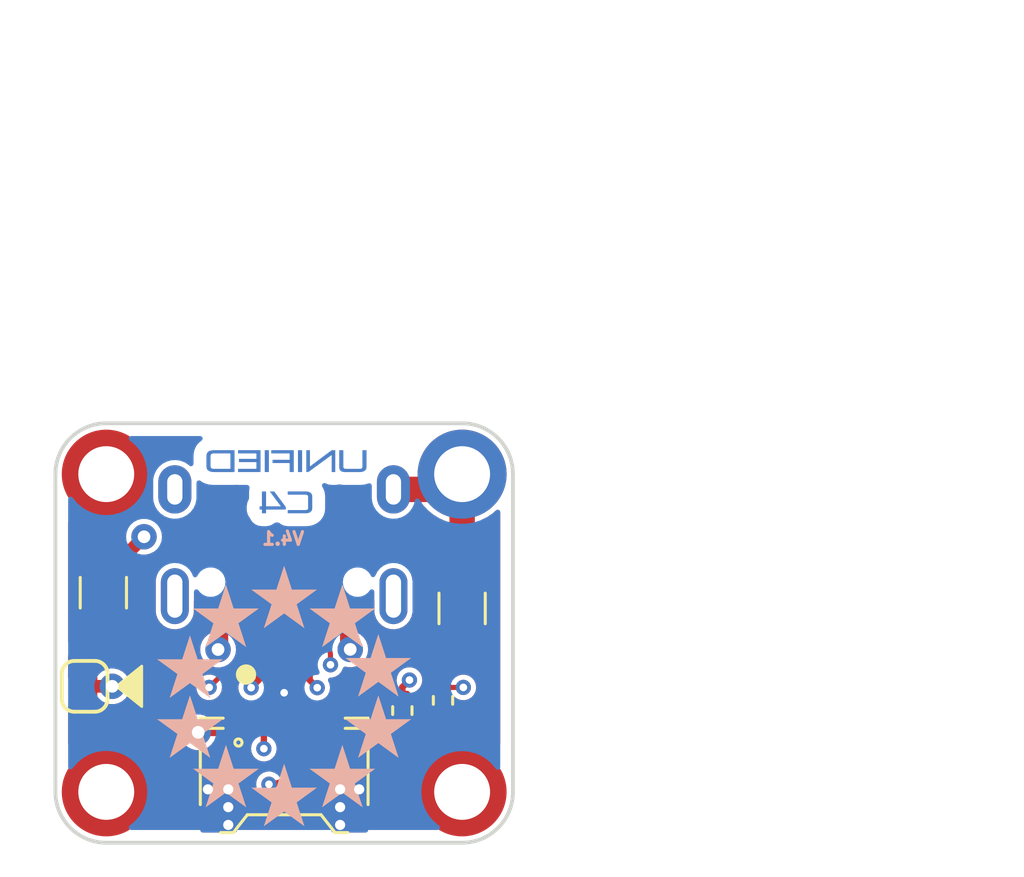
<source format=kicad_pcb>
(kicad_pcb (version 20211014) (generator pcbnew)
  (title_block (title "Unified Daughterboard") (date "2022-10-31") (rev "C4-RC1") (company "Designed by the UDB team"))
  (layers (0 "F.Cu" signal) (1 "In1.Cu" signal) (2 "In2.Cu" signal) (31 "B.Cu" signal) (34 "B.Paste" user) (35 "F.Paste" user) (36 "B.SilkS" user "B.Silkscreen") (37 "F.SilkS" user "F.Silkscreen") (38 "B.Mask" user) (39 "F.Mask" user) (44 "Edge.Cuts" user))
  (net 0 "")
  (net 1 "GND")
  (net 2 "GNDPWR")
  (net 4 "Net-(J1-PadA5)")
  (net 5 "DP")
  (net 6 "Net-(J1-PadB5)")
  (net 8 "DN")
  (net 9 "VBUS")
  (net 10 "VCOM")
  (footprint "Fuse:Fuse_1206_3216Metric" (layer "F.Cu") (at 67.8905 63.207 -90)
    (fp_text reference "F1" hide)
    (fp_text value "ASMD1206-200")
    (fp_line (start -0.602064 -0.91) (end 0.602064 -0.91) (layer "F.SilkS") (width 0.12))
    (fp_line (start -0.602064 0.91) (end 0.602064 0.91) (layer "F.SilkS") (width 0.12))
    (pad "1" smd roundrect locked (at -1.4 0 270) (size 1.25 1.75) (layers "F.Cu" "F.Paste" "F.Mask") (roundrect_rratio 0.2) (net 9 "VBUS"))
    (pad "2" smd roundrect locked (at 1.4 0 270) (size 1.25 1.75) (layers "F.Cu" "F.Paste" "F.Mask") (roundrect_rratio 0.2) (net 10 "VCOM"))
  )
  (footprint "random-keyboard-parts:Generic-Mounthole" (layer "F.Cu") (at 68.0045 71.043)
    (fp_text reference "MH3" hide)
    (fp_text value "Mount-M2" hide)
    (pad "" np_thru_hole circle locked (at 0 0) (size 3.500001 3.500001) (drill 2.2) (layers "F.Cu" "F.Mask") (clearance 0.508))
  )
  (footprint "Resistor_SMD:R_0402_1005Metric" (layer "F.Cu") (at 81.2525 67.443 -90)
    (fp_text reference "R2" hide)
    (fp_text value "5.1k")
    (fp_line (start -0.153641 0.38) (end 0.153641 0.38) (layer "F.SilkS") (width 0.12))
    (fp_line (start -0.153641 -0.38) (end 0.153641 -0.38) (layer "F.SilkS") (width 0.12))
    (pad "1" smd roundrect (at -0.51 0 270) (size 0.54 0.64) (layers "F.Cu" "F.Paste" "F.Mask") (net 6 "Net-(J1-PadB5)"))
    (pad "2" smd roundrect (at 0.51 0 270) (size 0.54 0.64) (layers "F.Cu" "F.Paste" "F.Mask") (net 1 "GND"))
  )
  (footprint "random-keyboard-parts:Generic-Mounthole" (layer "F.Cu") (at 68.0045 58.543)
    (fp_text reference "MH1")
    (fp_text value "Mount-M2" hide)
    (pad "" np_thru_hole circle locked (at 0 0) (size 3.500001 3.500001) (drill 2.2) (layers "F.Cu" "F.Mask") (clearance 0.508))
  )
  (footprint "Resistor_SMD:R_0402_1005Metric" (layer "F.Cu") (at 79.6525 67.843 -90)
    (fp_text reference "R1" hide)
    (fp_text value "5.1k")
    (fp_line (start -0.153641 0.38) (end 0.153641 0.38) (layer "F.SilkS") (width 0.12))
    (fp_line (start -0.153641 -0.38) (end 0.153641 -0.38) (layer "F.SilkS") (width 0.12))
    (pad "1" smd roundrect (at -0.51 0 270) (size 0.54 0.64) (layers "F.Cu" "F.Paste" "F.Mask") (net 4 "Net-(J1-PadA5)"))
    (pad "2" smd roundrect (at 0.51 0 270) (size 0.54 0.64) (layers "F.Cu" "F.Paste" "F.Mask") (net 1 "GND"))
  )
  (footprint "random-keyboard-parts:Generic-Mounthole" (layer "F.Cu") (at 82.0045 58.543)
    (fp_text reference "MH2" hide)
    (fp_text value "Mount-M2" hide)
    (pad "1" thru_hole circle locked (at 0 0) (size 3.500001 3.500001) (drill 2.2) (layers *.Cu *.Mask) (net 2 "GNDPWR"))
  )
  (footprint "locallib:PicoEZMate-Reinforced-Alt" (layer "F.Cu") (at 75.0045 70.143)
    (fp_text reference "J2")
    (fp_text value "X1224WRS-04-LPV01")
    (fp_line (start -3.3 -2) (end -2.4 -2) (layer "F.SilkS") (width 0.12))
    (fp_line (start 3.3 -1.6) (end 2.4 -1.6) (layer "F.SilkS") (width 0.12))
    (fp_line (start -1.45 1.8) (end -2 2.5) (layer "F.SilkS") (width 0.12))
    (fp_line (start -3.3 -2) (end -3.3 1.4) (layer "F.SilkS") (width 0.12))
    (fp_line (start 3.3 -2) (end 3.3 1.4) (layer "F.SilkS") (width 0.12))
    (fp_line (start -2 2.5) (end -2.5 2.5) (layer "F.SilkS") (width 0.12))
    (fp_line (start -2.4 -1.6) (end -3.3 -1.6) (layer "F.SilkS") (width 0.12))
    (fp_line (start 2 2.5) (end 2.5 2.5) (layer "F.SilkS") (width 0.12))
    (fp_line (start 2.4 -2) (end 3.3 -2) (layer "F.SilkS") (width 0.12))
    (fp_line (start 2 2.5) (end 1.45 1.8) (layer "F.SilkS") (width 0.12))
    (fp_line (start 1.45 1.8) (end -1.45 1.8) (layer "F.SilkS") (width 0.12))
    (fp_circle (center -1.8 -1.041421) (end -1.7 -1.141421) (layer "F.SilkS") (width 0.12) (fill none))
    (pad "1" smd roundrect (at -1.8 -1.95) (size 1 1.3) (layers "F.Cu") (roundrect_rratio 0.166667) (net 10 "VCOM"))
    (pad "2" smd roundrect (at -0.6 -1.95) (size 1 1.3) (layers "F.Cu") (roundrect_rratio 0.166667) (net 8 "DN"))
    (pad "3" smd roundrect (at 0.6 -1.95) (size 1 1.3) (layers "F.Cu") (roundrect_rratio 0.166667) (net 5 "DP"))
    (pad "4" smd roundrect (at 1.8 -1.95) (size 1 1.3) (layers "F.Cu") (roundrect_rratio 0.166667) (net 1 "GND"))
    (pad "MP" smd roundrect (at 2.575 1.5) (size 1.45 2) (layers "B.Cu") (roundrect_rratio 0.06896551724) (net 1 "GND"))
    (pad "MP" thru_hole circle (at -2.2 1.5) (size 0.6 0.6) (drill 0.4) (layers *.Cu) (net 1 "GND"))
    (pad "MP" thru_hole circle (at -3 0.8) (size 0.6 0.6) (drill 0.4) (layers *.Cu) (net 1 "GND"))
    (pad "MP" smd roundrect (at -2.575 1.5) (size 1.45 2) (layers "F.Cu") (roundrect_rratio 0.06896551724) (net 1 "GND"))
    (pad "MP" thru_hole circle (at 2.2 2.2) (size 0.6 0.6) (drill 0.4) (layers *.Cu) (net 1 "GND"))
    (pad "MP" smd roundrect (at -2.575 1.5) (size 1.45 2) (layers "B.Cu") (roundrect_rratio 0.06896551724) (net 1 "GND"))
    (pad "MP" thru_hole circle (at -2.2 2.2) (size 0.6 0.6) (drill 0.4) (layers *.Cu) (net 1 "GND"))
    (pad "MP" smd roundrect (at 2.575 1.5) (size 1.45 2) (layers "F.Cu") (roundrect_rratio 0.06896551724) (net 1 "GND"))
    (pad "MP" thru_hole circle (at 2.2 1.5) (size 0.6 0.6) (drill 0.4) (layers *.Cu) (net 1 "GND"))
    (pad "MP" thru_hole circle (at 2.2 0.8) (size 0.6 0.6) (drill 0.4) (layers *.Cu) (net 1 "GND"))
    (pad "MP" thru_hole circle (at -2.2 0.8) (size 0.6 0.6) (drill 0.4) (layers *.Cu) (net 1 "GND"))
    (pad "MP" thru_hole circle (at 2.95 0.8) (size 0.6 0.6) (drill 0.4) (layers *.Cu) (net 1 "GND"))
  )
  (footprint "acheron_Connectors:TYPE-C-31-M-12" (layer "F.Cu") (at 75.0025 64.843 180)
    (fp_text reference "J1" hide)
    (fp_text value "TYPE-C-31-M12_13")
    (pad "" np_thru_hole circle locked (at 2.89 2.051 180) (size 0.65 0.65) (drill 0.65) (layers *.Cu *.Mask))
    (pad "" np_thru_hole circle locked (at -2.89 2.051 180) (size 0.65 0.65) (drill 0.65) (layers *.Cu *.Mask))
    (pad "A1" smd roundrect locked (at -3.25 1.275 180) (size 0.6 1.45) (drill (offset 0 -0.55)) (layers "F.Cu" "F.Paste" "F.Mask") (net 1 "GND"))
    (pad "A4" smd roundrect locked (at -2.45 1.275 180) (size 0.6 1.45) (drill (offset 0 -0.55)) (layers "F.Cu" "F.Paste" "F.Mask") (net 9 "VBUS"))
    (pad "A5" smd roundrect locked (at -1.25 1.275 180) (size 0.3 1.45) (drill (offset 0 -0.55)) (layers "F.Cu" "F.Paste" "F.Mask") (net 4 "Net-(J1-PadA5)"))
    (pad "A6" smd roundrect locked (at -0.254 1.275 180) (size 0.3 1.45) (drill (offset 0 -0.55)) (layers "F.Cu" "F.Paste" "F.Mask") (net 5 "DP"))
    (pad "A7" smd roundrect locked (at 0.25 1.275 180) (size 0.3 1.45) (drill (offset 0 -0.55)) (layers "F.Cu" "F.Paste" "F.Mask") (net 8 "DN"))
    (pad "A8" smd roundrect locked (at 1.25 1.275 180) (size 0.3 1.45) (drill (offset 0 -0.55)) (layers "F.Cu" "F.Paste" "F.Mask"))
    (pad "B1" smd roundrect locked (at 3.25 1.275 180) (size 0.6 1.45) (drill (offset 0 -0.55)) (layers "F.Cu" "F.Paste" "F.Mask") (net 1 "GND"))
    (pad "B4" smd roundrect locked (at 2.45 1.275 180) (size 0.6 1.45) (drill (offset 0 -0.55)) (layers "F.Cu" "F.Paste" "F.Mask") (net 9 "VBUS"))
    (pad "B5" smd roundrect locked (at 1.75 1.275 180) (size 0.3 1.45) (drill (offset 0 -0.55)) (layers "F.Cu" "F.Paste" "F.Mask") (net 6 "Net-(J1-PadB5)"))
    (pad "B6" smd roundrect locked (at 0.75 1.275 180) (size 0.3 1.45) (drill (offset 0 -0.55)) (layers "F.Cu" "F.Paste" "F.Mask") (net 5 "DP"))
    (pad "B7" smd roundrect locked (at -0.75 1.275 180) (size 0.3 1.45) (drill (offset 0 -0.55)) (layers "F.Cu" "F.Paste" "F.Mask") (net 8 "DN"))
    (pad "B8" smd roundrect locked (at -1.75 1.275 180) (size 0.3 1.45) (drill (offset 0 -0.55)) (layers "F.Cu" "F.Paste" "F.Mask"))
    (pad "S" thru_hole oval locked (at -4.3 5.7 180) (size 1.3 1.9) (drill oval 0.6 1.2) (layers *.Cu *.Mask) (net 2 "GNDPWR"))
    (pad "S" thru_hole oval locked (at 4.3 1.5 180) (size 1.1 2.2) (drill oval 0.6 1.7) (layers *.Cu *.Mask) (net 2 "GNDPWR"))
    (pad "S" thru_hole oval locked (at -4.3 1.5 180) (size 1.1 2.2) (drill oval 0.6 1.7) (layers *.Cu *.Mask) (net 2 "GNDPWR"))
    (pad "S" thru_hole oval locked (at 4.3 5.7 180) (size 1.3 1.9) (drill oval 0.6 1.2) (layers *.Cu *.Mask) (net 2 "GNDPWR"))
  )
  (footprint "acheron_Components:USON-10_2.5x1.0mm_P0.5mm" (layer "F.Cu") (at 75.0025 66.0264 90)
    (fp_text reference "U1" hide)
    (fp_text value "TPD4E05U06DQAR")
    (fp_circle (center -0.4 -1.5) (end -0.4 -1.5) (layer "F.SilkS") (width 0.4) (fill none))
    (pad "1" smd roundrect locked (at -0.385 -1) (size 0.25 0.55) (layers "F.Cu" "F.Paste" "F.Mask") (roundrect_rratio 0.5) (net 5 "DP"))
    (pad "2" smd rect locked (at -0.385 -0.5) (size 0.25 0.55) (layers "F.Cu" "F.Paste" "F.Mask") (net 8 "DN"))
    (pad "3" smd rect locked (at -0.385 0) (size 0.3 0.55) (layers "F.Cu" "F.Paste" "F.Mask") (net 1 "GND"))
    (pad "4" smd rect locked (at -0.385 0.5) (size 0.25 0.55) (layers "F.Cu" "F.Paste" "F.Mask") (net 5 "DP"))
    (pad "5" smd rect locked (at -0.385 1) (size 0.25 0.55) (layers "F.Cu" "F.Paste" "F.Mask") (net 8 "DN"))
    (pad "6" smd rect locked (at 0.385 1) (size 0.25 0.55) (layers "F.Cu" "F.Paste" "F.Mask") (net 8 "DN"))
    (pad "7" smd rect locked (at 0.385 0.5) (size 0.25 0.55) (layers "F.Cu" "F.Paste" "F.Mask") (net 5 "DP"))
    (pad "8" smd rect locked (at 0.385 0) (size 0.3 0.55) (layers "F.Cu" "F.Paste" "F.Mask") (net 1 "GND"))
    (pad "9" smd rect locked (at 0.385 -0.5) (size 0.25 0.55) (layers "F.Cu" "F.Paste" "F.Mask") (net 8 "DN"))
    (pad "10" smd rect locked (at 0.385 -1) (size 0.25 0.55) (layers "F.Cu" "F.Paste" "F.Mask") (net 5 "DP"))
  )
  (footprint "random-keyboard-parts:Generic-Mounthole" (layer "F.Cu") (at 82.0045 71.043)
    (fp_text reference "MH4" hide)
    (fp_text value "Mount-M2" hide)
    (pad "" np_thru_hole circle locked (at 0 0) (size 3.500001 3.500001) (drill 2.2) (layers "F.Cu" "F.Mask") (clearance 0.5))
  )
  (footprint "acheron_Components:D_SOD-123" (layer "F.Cu") (at 68.8045 66.89)
    (fp_text reference "D1" hide)
    (fp_text value "SMF6.0A")
    (fp_line (start -0.75 -0.5) (end -0.75 0.5) (layer "F.SilkS") (width 0.15))
    (fp_line (start -1.25 1) (end -2.05 1) (layer "F.SilkS") (width 0.15))
    (fp_line (start -2.55 -0.5) (end -2.55 0.5) (layer "F.SilkS") (width 0.15))
    (fp_line (start -2.05 -1) (end -1.25 -1) (layer "F.SilkS") (width 0.15))
    (fp_arc (start -0.75 0.5) (mid -0.896447 0.853553) (end -1.25 1) (layer "F.SilkS") (width 0.15))
    (fp_arc (start -2.05 1) (mid -2.403553 0.853553) (end -2.55 0.5) (layer "F.SilkS") (width 0.15))
    (fp_arc (start -1.25 -1) (mid -0.896447 -0.853553) (end -0.75 -0.5) (layer "F.SilkS") (width 0.15))
    (fp_arc (start -2.55 -0.5) (mid -2.403553 -0.853553) (end -2.05 -1) (layer "F.SilkS") (width 0.15))
    (fp_poly (pts (xy -0.4 0) (xy 0.6 -0.8) (xy 0.6 0.8)) (layer "F.SilkS") (width 0.1) (fill solid))
    (pad "1" smd roundrect (at -1.65 0) (size 1 1.2) (layers "F.Cu" "F.Paste" "F.Mask") (net 10 "VCOM"))
    (pad "2" smd roundrect (at 1.65 0) (size 1 1.2) (layers "F.Cu" "F.Paste" "F.Mask") (net 1 "GND"))
  )
  (footprint "Inductor_SMD:L_1206_3216Metric" (layer "F.Cu") (at 82.0045 63.826 90)
    (fp_text reference "L1" hide)
    (fp_text value "60R@100MHz")
    (fp_line (start -0.602064 -0.91) (end 0.602064 -0.91) (layer "F.SilkS") (width 0.12))
    (fp_line (start -0.602064 0.91) (end 0.602064 0.91) (layer "F.SilkS") (width 0.12))
    (pad "1" smd roundrect locked (at -1.4 0 90) (size 1.25 1.75) (layers "F.Cu" "F.Paste" "F.Mask") (roundrect_rratio 0.2) (net 1 "GND"))
    (pad "2" smd roundrect locked (at 1.4 0 90) (size 1.25 1.75) (layers "F.Cu" "F.Paste" "F.Mask") (roundrect_rratio 0.2) (net 2 "GNDPWR"))
  )
  (footprint "Unified-Daughterboard-Logo:Unified-Daughterboard-Name.pretty" (layer "B.Cu") (at 75.0045 58.743 180)
    (fp_text reference "G2" hide)
    (fp_text value "Unified-Daughterboard-Name" hide)
    (pad "1" smd custom (at 0.685035 0.668174 180) (size 0.1 0.1) (layers "B.Cu" "B.Mask") (options (clearance outline) (anchor circle)) (primitives (gr_poly (pts (xy 0.079757 -0.385869) (xy -0.082879 -0.385869) (xy -0.082879 0.475) (xy 0.079757 0.475)) (width 0) (fill yes))))
    (pad "1" smd custom (at 0.810035 -1.106826 180) (size 0.1 0.1) (layers "B.Cu" "B.Mask") (options (clearance outline) (anchor circle)) (primitives (gr_poly (pts (xy -0.679888 0.040352) (xy -0.0966 0.040352) (xy -0.0966 0.627308) (xy 0.066035 0.627308) (xy 0.066035 0.040352) (xy 0.156526 0.040352) (xy 0.156526 -0.086822) (xy 0.066035 -0.086822) (xy 0.066035 -0.23356) (xy -0.0966 -0.23356) (xy -0.0966 -0.086822) (xy -0.873095 -0.086822) (xy -0.873095 0.015896) (xy -0.418204 0.627308) (xy -0.242117 0.627308)) (width 0) (fill yes))))
    (pad "1" smd custom (at 2.035035 0.618174 180) (size 0.1 0.1) (layers "B.Cu" "B.Mask") (options (clearance outline) (anchor circle)) (primitives (gr_poly (pts (xy 0.729389 0.524753) (xy 0.750739 0.524011) (xy 0.771135 0.522775) (xy 0.790594 0.521043) (xy 0.809133 0.518816) (xy 0.82677 0.516093) (xy 0.843521 0.512875) (xy 0.859404 0.509161) (xy 0.874436 0.50495) (xy 0.888635 0.500244) (xy 0.902017 0.49504) (xy 0.914601 0.48934) (xy 0.926402 0.483143) (xy 0.937439 0.476448) (xy 0.947728 0.469256) (xy 0.957287 0.461566) (xy 0.966133 0.453378) (xy 0.974284 0.444692) (xy 0.981756 0.435508) (xy 0.988567 0.425824) (xy 0.994734 0.415642) (xy 1.000274 0.404961) (xy 1.005205 0.393781) (xy 1.009544 0.382101) (xy 1.013307 0.369921) (xy 1.016513 0.357242) (xy 1.019179 0.344062) (xy 1.021321 0.330382) (xy 1.022957 0.316201) (xy 1.024104 0.301519) (xy 1.025001 0.270652) (xy 1.025001 -0.090081) (xy 1.024104 -0.119442) (xy 1.021321 -0.146986) (xy 1.016513 -0.172702) (xy 1.013307 -0.184872) (xy 1.009544 -0.196582) (xy 1.005205 -0.207829) (xy 1.000274 -0.218612) (xy 0.994734 -0.228931) (xy 0.988567 -0.238783) (xy 0.981756 -0.248168) (xy 0.974284 -0.257084) (xy 0.966133 -0.26553) (xy 0.957287 -0.273505) (xy 0.947728 -0.281006) (xy 0.937439 -0.288034) (xy 0.926402 -0.294585) (xy 0.914601 -0.30066) (xy 0.902017 -0.306257) (xy 0.888635 -0.311374) (xy 0.874436 -0.31601) (xy 0.859404 -0.320163) (xy 0.843521 -0.323833) (xy 0.82677 -0.327018) (xy 0.790594 -0.331928) (xy 0.750739 -0.334882) (xy 0.707067 -0.335869) (xy -0.081656 -0.335869) (xy -0.081656 -0.208697) (xy 0.08098 -0.208697) (xy 0.707067 -0.208697) (xy 0.728761 -0.208358) (xy 0.748497 -0.207309) (xy 0.757655 -0.206501) (xy 0.766353 -0.205496) (xy 0.774599 -0.204288) (xy 0.782404 -0.202869) (xy 0.789778 -0.201233) (xy 0.796729 -0.199374) (xy 0.803268 -0.197286) (xy 0.809404 -0.194961) (xy 0.815147 -0.192393) (xy 0.820507 -0.189577) (xy 0.825492 -0.186504) (xy 0.830113 -0.18317) (xy 0.83438 -0.179566) (xy 0.838302 -0.175688) (xy 0.841888 -0.171528) (xy 0.845148 -0.167079) (xy 0.848092 -0.162336) (xy 0.85073 -0.157292) (xy 0.85307 -0.15194) (xy 0.855124 -0.146274) (xy 0.8569 -0.140288) (xy 0.858408 -0.133974) (xy 0.859657 -0.127327) (xy 0.860658 -0.120339) (xy 0.861419 -0.113005) (xy 0.861951 -0.105318) (xy 0.862365 -0.088859) (xy 0.862365 0.270652) (xy 0.861951 0.288402) (xy 0.860658 0.304554) (xy 0.858408 0.319168) (xy 0.8569 0.325918) (xy 0.855124 0.332308) (xy 0.85307 0.338345) (xy 0.85073 0.344037) (xy 0.848092 0.349392) (xy 0.845148 0.354417) (xy 0.841888 0.359121) (xy 0.838302 0.363511) (xy 0.83438 0.367595) (xy 0.830113 0.371381) (xy 0.825492 0.374877) (xy 0.820507 0.378091) (xy 0.815147 0.38103) (xy 0.809404 0.383703) (xy 0.803268 0.386116) (xy 0.796729 0.388279) (xy 0.789778 0.390199) (xy 0.782404 0.391883) (xy 0.766353 0.394577) (xy 0.748497 0.396423) (xy 0.728761 0.397485) (xy 0.707067 0.397825) (xy 0.08098 0.397825) (xy 0.08098 -0.208697) (xy -0.081656 -0.208697) (xy -0.081656 0.525) (xy 0.707067 0.525)) (width 0) (fill yes))))
    (pad "1" smd custom (at -0.289965 0.718174 180) (size 0.1 0.1) (layers "B.Cu" "B.Mask") (options (clearance outline) (anchor circle)) (primitives (gr_poly (pts (xy 0.797965 0.297826) (xy 0.075274 0.297826) (xy 0.075274 0.045924) (xy 0.749051 0.045924) (xy 0.749051 -0.08125) (xy 0.075274 -0.08125) (xy 0.075274 -0.435869) (xy -0.087361 -0.435869) (xy -0.087361 0.425) (xy 0.797965 0.425)) (width 0) (fill yes))))
    (pad "1" smd custom (at -0.639965 0.843174 180) (size 0.1 0.1) (layers "B.Cu" "B.Mask") (options (clearance outline) (anchor circle)) (primitives (gr_poly (pts (xy 0.097558 -0.560869) (xy -0.065078 -0.560869) (xy -0.065078 0.3) (xy 0.097558 0.3)) (width 0) (fill yes))))
    (pad "1" smd custom (at -1.939965 0.843174 180) (size 0.1 0.1) (layers "B.Cu" "B.Mask") (options (clearance outline) (anchor circle)) (primitives (gr_poly (pts (xy 0.927991 -0.339538) (xy 0.927991 0.3) (xy 1.069839 0.3) (xy 1.069839 -0.560869) (xy 0.990356 -0.560869) (xy 0.072015 0.10924) (xy 0.072015 -0.560869) (xy -0.069834 -0.560869) (xy -0.069834 0.3) (xy 0.070791 0.3)) (width 0) (fill yes))))
    (pad "1" smd custom (at -2.239965 0.843174 180) (size 0.1 0.1) (layers "B.Cu" "B.Mask") (options (clearance outline) (anchor circle)) (primitives (gr_poly (pts (xy -0.837364 -0.354212) (xy -0.836961 -0.363568) (xy -0.836457 -0.36804) (xy -0.835749 -0.372372) (xy -0.834837 -0.376566) (xy -0.83372 -0.380618) (xy -0.832397 -0.384529) (xy -0.830868 -0.388298) (xy -0.82913 -0.391923) (xy -0.827184 -0.395404) (xy -0.825028 -0.39874) (xy -0.822661 -0.40193) (xy -0.820084 -0.404974) (xy -0.817293 -0.407869) (xy -0.81429 -0.410616) (xy -0.811073 -0.413213) (xy -0.807641 -0.41566) (xy -0.803993 -0.417955) (xy -0.800128 -0.420098) (xy -0.796046 -0.422088) (xy -0.791745 -0.423924) (xy -0.787224 -0.425605) (xy -0.777522 -0.428498) (xy -0.766931 -0.430761) (xy -0.755444 -0.432387) (xy -0.743054 -0.433367) (xy -0.729755 -0.433696) (xy -0.195381 -0.433696) (xy -0.188617 -0.433613) (xy -0.182081 -0.433367) (xy -0.175773 -0.432958) (xy -0.169691 -0.432387) (xy -0.163835 -0.431654) (xy -0.158204 -0.430761) (xy -0.152797 -0.429709) (xy -0.147613 -0.428498) (xy -0.142651 -0.42713) (xy -0.13791 -0.425605) (xy -0.13339 -0.423924) (xy -0.129089 -0.422088) (xy -0.125006 -0.420098) (xy -0.121141 -0.417955) (xy -0.117493 -0.41566) (xy -0.114061 -0.413213) (xy -0.110844 -0.410616) (xy -0.10784 -0.407869) (xy -0.10505 -0.404974) (xy -0.102473 -0.40193) (xy -0.100106 -0.39874) (xy -0.09795 -0.395404) (xy -0.096004 -0.391923) (xy -0.094266 -0.388298) (xy -0.092736 -0.384529) (xy -0.091413 -0.380618) (xy -0.090296 -0.376566) (xy -0.089385 -0.372372) (xy -0.088677 -0.36804) (xy -0.088172 -0.363568) (xy -0.087871 -0.358958) (xy -0.08777 -0.354212) (xy -0.08777 0.3) (xy 0.074866 0.3) (xy 0.074866 -0.352989) (xy 0.074365 -0.375677) (xy 0.07275 -0.397381) (xy 0.069852 -0.418035) (xy 0.065504 -0.437574) (xy 0.062733 -0.446904) (xy 0.059536 -0.45593) (xy 0.055892 -0.464644) (xy 0.05178 -0.473038) (xy 0.04718 -0.481103) (xy 0.042069 -0.488831) (xy 0.036427 -0.496214) (xy 0.030233 -0.503243) (xy 0.023466 -0.509911) (xy 0.016104 -0.516208) (xy 0.008127 -0.522127) (xy -0.000486 -0.527659) (xy -0.009756 -0.532796) (xy -0.019705 -0.53753) (xy -0.030354 -0.541853) (xy -0.041723 -0.545756) (xy -0.053833 -0.54923) (xy -0.066707 -0.552268) (xy -0.080363 -0.554862) (xy -0.094825 -0.557002) (xy -0.110113 -0.558682) (xy -0.126247 -0.559891) (xy -0.143249 -0.560623) (xy -0.16114 -0.560869) (xy -0.729755 -0.560868) (xy -0.747744 -0.560622) (xy -0.765032 -0.55989) (xy -0.781628 -0.558681) (xy -0.797541 -0.557001) (xy -0.812777 -0.554861) (xy -0.827348 -0.552267) (xy -0.841259 -0.549229) (xy -0.854521 -0.545755) (xy -0.867142 -0.541852) (xy -0.87913 -0.53753) (xy -0.890494 -0.532796) (xy -0.901242 -0.527658) (xy -0.911383 -0.522126) (xy -0.920925 -0.516207) (xy -0.929877 -0.50991) (xy -0.938247 -0.503243) (xy -0.946044 -0.496213) (xy -0.953276 -0.488831) (xy -0.959952 -0.481103) (xy -0.96608 -0.473038) (xy -0.97167 -0.464644) (xy -0.976728 -0.45593) (xy -0.981265 -0.446903) (xy -0.985287 -0.437573) (xy -0.988805 -0.427948) (xy -0.991826 -0.418035) (xy -0.994359 -0.407843) (xy -0.996412 -0.39738) (xy -0.997994 -0.386655) (xy -0.999114 -0.375676) (xy -0.99978 -0.364451) (xy -1 -0.352988) (xy -1 0.3) (xy -0.837364 0.3)) (width 0) (fill yes))))
    (pad "1" smd custom (at -1.039965 -1.031826 180) (size 0.1 0.1) (layers "B.Cu" "B.Mask") (options (clearance outline) (anchor circle)) (primitives (gr_poly (pts (xy 0.899865 0.425134) (xy 0.206525 0.425134) (xy 0.199761 0.425052) (xy 0.193225 0.424805) (xy 0.186917 0.424396) (xy 0.180835 0.423825) (xy 0.174979 0.423093) (xy 0.169348 0.4222) (xy 0.163941 0.421148) (xy 0.158757 0.419937) (xy 0.153795 0.418568) (xy 0.149054 0.417043) (xy 0.144534 0.415362) (xy 0.140233 0.413526) (xy 0.13615 0.411536) (xy 0.132285 0.409393) (xy 0.128637 0.407098) (xy 0.125205 0.404651) (xy 0.121988 0.402054) (xy 0.118985 0.399307) (xy 0.116195 0.396412) (xy 0.113617 0.393369) (xy 0.11125 0.390179) (xy 0.109094 0.386843) (xy 0.107148 0.383362) (xy 0.10541 0.379736) (xy 0.103881 0.375968) (xy 0.102558 0.372057) (xy 0.101441 0.368004) (xy 0.100529 0.363811) (xy 0.099821 0.359479) (xy 0.099317 0.355007) (xy 0.099015 0.350397) (xy 0.098914 0.345651) (xy 0.098914 -0.101905) (xy 0.099317 -0.111261) (xy 0.099821 -0.115732) (xy 0.100529 -0.120065) (xy 0.101441 -0.124258) (xy 0.102558 -0.128311) (xy 0.103881 -0.132222) (xy 0.10541 -0.13599) (xy 0.107148 -0.139616) (xy 0.109094 -0.143097) (xy 0.11125 -0.146433) (xy 0.113617 -0.149623) (xy 0.116195 -0.152666) (xy 0.118985 -0.155561) (xy 0.121988 -0.158308) (xy 0.125205 -0.160905) (xy 0.128637 -0.163352) (xy 0.132285 -0.165647) (xy 0.13615 -0.16779) (xy 0.140233 -0.16978) (xy 0.144534 -0.171616) (xy 0.149054 -0.173297) (xy 0.158757 -0.176191) (xy 0.169348 -0.178454) (xy 0.180835 -0.180079) (xy 0.193225 -0.181059) (xy 0.206525 -0.181388) (xy 0.899865 -0.181388) (xy 0.899865 -0.30856) (xy 0.206525 -0.308562) (xy 0.188536 -0.308316) (xy 0.171247 -0.307584) (xy 0.154651 -0.306375) (xy 0.138739 -0.304695) (xy 0.123502 -0.302555) (xy 0.108931 -0.299961) (xy 0.09502 -0.296923) (xy 0.081757 -0.293449) (xy 0.069137 -0.289546) (xy 0.057148 -0.285224) (xy 0.045785 -0.28049) (xy 0.035036 -0.275352) (xy 0.024896 -0.26982) (xy 0.015354 -0.263901) (xy 0.006402 -0.257604) (xy -0.001969 -0.250936) (xy -0.009766 -0.243907) (xy -0.016998 -0.236524) (xy -0.023674 -0.228796) (xy -0.029802 -0.220731) (xy -0.035392 -0.212337) (xy -0.04045 -0.203623) (xy -0.044987 -0.194597) (xy -0.049009 -0.185267) (xy -0.052527 -0.175641) (xy -0.055548 -0.165728) (xy -0.058081 -0.155536) (xy -0.060134 -0.145074) (xy -0.061717 -0.134349) (xy -0.062836 -0.12337) (xy -0.063502 -0.112145) (xy -0.063722 -0.100682) (xy -0.063722 0.344426) (xy -0.062836 0.367114) (xy -0.060134 0.388818) (xy -0.055548 0.409473) (xy -0.052527 0.419385) (xy -0.049009 0.429011) (xy -0.044987 0.438341) (xy -0.04045 0.447367) (xy -0.035392 0.456082) (xy -0.029802 0.464475) (xy -0.023674 0.47254) (xy -0.016998 0.480268) (xy -0.009766 0.487651) (xy -0.001969 0.494681) (xy 0.006402 0.501348) (xy 0.015354 0.507645) (xy 0.024896 0.513564) (xy 0.035036 0.519097) (xy 0.045785 0.524234) (xy 0.057148 0.528968) (xy 0.069137 0.53329) (xy 0.081757 0.537193) (xy 0.09502 0.540667) (xy 0.108931 0.543706) (xy 0.123502 0.546299) (xy 0.138739 0.54844) (xy 0.171247 0.551329) (xy 0.206525 0.552306) (xy 0.899865 0.552306)) (width 0) (fill yes))))
    (pad "1" smd custom (at 1.010035 0.618174 180) (size 0.1 0.1) (layers "B.Cu" "B.Mask") (options (clearance outline) (anchor circle)) (primitives (gr_poly (pts (xy 0.805166 0.397827) (xy 0.082476 0.397827) (xy 0.082476 0.182609) (xy 0.76848 0.182609) (xy 0.76848 0.055435) (xy 0.082476 0.055435) (xy 0.082476 -0.208696) (xy 0.805166 -0.208696) (xy 0.805166 -0.335869) (xy -0.08016 -0.335868) (xy -0.08016 0.525001) (xy 0.805166 0.525001)) (width 0) (fill yes))))
  )
  (footprint "Unified-Daughterboard-Logo:Unified-Daughterboard-Logo.pretty" (layer "B.Cu") (at 75.0025 67.143 180)
    (fp_text reference "G1" hide)
    (fp_text value "Unified-Daughterboard-Logo" hide)
    (fp_poly (pts (xy -1.984345 3.315323) (xy -0.995318 3.315284) (xy -1.795436 2.733919) (xy -1.489845 1.793287) (xy -2.290007 2.374593) (xy -3.090169 1.793287) (xy -2.784578 2.73392) (xy -3.584696 3.315285) (xy -2.595669 3.315323) (xy -2.290007 4.255932)) (layer "B.SilkS") (width 0) (fill solid))
    (fp_poly (pts (xy 4.010971 -1.04053) (xy 4.999998 -1.040569) (xy 4.199881 -1.621933) (xy 4.505472 -2.562566) (xy 3.705309 -1.98126) (xy 2.905147 -2.562566) (xy 3.210739 -1.621933) (xy 2.410621 -1.040567) (xy 3.399648 -1.04053) (xy 3.705309 -0.099921)) (layer "B.SilkS") (width 0) (fill solid))
    (fp_poly (pts (xy 2.59567 3.315322) (xy 3.584697 3.315284) (xy 2.784579 2.733919) (xy 3.090169 1.793287) (xy 2.290008 2.374592) (xy 1.489846 1.793287) (xy 1.795436 2.733919) (xy 0.995319 3.315285) (xy 1.984346 3.315323) (xy 2.290008 4.255932)) (layer "B.SilkS") (width 0) (fill solid))
    (fp_poly (pts (xy -3.399648 1.367326) (xy -2.41062 1.367288) (xy -3.210738 0.785923) (xy -2.905148 -0.15471) (xy -3.705309 0.426596) (xy -4.505471 -0.15471) (xy -4.199881 0.785923) (xy -4.999999 1.367289) (xy -4.010971 1.367326) (xy -3.705309 2.307936)) (layer "B.SilkS") (width 0) (fill solid))
    (fp_poly (pts (xy 2.59567 -2.988526) (xy 3.584697 -2.988565) (xy 2.784579 -3.569929) (xy 3.090169 -4.510561) (xy 2.290008 -3.929257) (xy 1.489846 -4.510561) (xy 1.795436 -3.569929) (xy 0.995319 -2.988563) (xy 1.984346 -2.988526) (xy 2.290008 -2.047917)) (layer "B.SilkS") (width 0) (fill solid))
    (fp_poly (pts (xy 0.305662 -3.732595) (xy 1.29469 -3.732633) (xy 0.494571 -4.313998) (xy 0.800162 -5.25463) (xy 0 -4.673325) (xy -0.800162 -5.25463) (xy -0.494571 -4.313998) (xy -1.294689 -3.732632) (xy -0.305662 -3.732595) (xy 0 -2.791985)) (layer "B.SilkS") (width 0) (fill solid))
    (fp_poly (pts (xy -1.984346 -2.988526) (xy -0.995318 -2.988565) (xy -1.795436 -3.569929) (xy -1.489845 -4.510561) (xy -2.290007 -3.929257) (xy -3.090169 -4.510561) (xy -2.784579 -3.569929) (xy -3.584696 -2.988563) (xy -2.595669 -2.988526) (xy -2.290007 -2.047917)) (layer "B.SilkS") (width 0) (fill solid))
    (fp_poly (pts (xy 4.010971 1.317119) (xy 4.999998 1.31708) (xy 4.199881 0.735716) (xy 4.505472 -0.204917) (xy 3.705309 0.376388) (xy 2.905147 -0.204917) (xy 3.210739 0.735716) (xy 2.410621 1.317081) (xy 3.399648 1.317119) (xy 3.705309 2.257728)) (layer "B.SilkS") (width 0) (fill solid))
    (fp_poly (pts (xy -3.399648 -1.04053) (xy -2.41062 -1.040569) (xy -3.210738 -1.621933) (xy -2.905148 -2.562566) (xy -3.70531 -1.98126) (xy -4.505471 -2.562566) (xy -4.199881 -1.621933) (xy -4.999999 -1.040567) (xy -4.010971 -1.04053) (xy -3.70531 -0.099921)) (layer "B.SilkS") (width 0) (fill solid))
    (fp_poly (pts (xy 0.305662 4.059391) (xy 1.29469 4.059353) (xy 0.494571 3.477988) (xy 0.800162 2.537355) (xy 0 3.118661) (xy -0.800162 2.537355) (xy -0.494571 3.477988) (xy -1.294689 4.059354) (xy -0.305662 4.059391) (xy 0 5)) (layer "B.SilkS") (width 0) (fill solid))
  )
  (gr_arc (start 82.0045 56.543) (mid 83.418714 57.128786) (end 84.0045 58.543) (layer "Edge.Cuts") (width 0.15))
  (gr_line (start 66.0045 71.043) (end 66.0045 58.543) (layer "Edge.Cuts") (width 0.15))
  (gr_line (start 82.0045 73.043) (end 68.0045 73.043) (layer "Edge.Cuts") (width 0.15))
  (gr_arc (start 84.0045 71.043) (mid 83.418714 72.457214) (end 82.0045 73.043) (layer "Edge.Cuts") (width 0.15))
  (gr_line (start 68.0045 56.543) (end 82.0045 56.543) (layer "Edge.Cuts") (width 0.15))
  (gr_arc (start 68.0045 73.043) (mid 66.590286 72.457214) (end 66.0045 71.043) (layer "Edge.Cuts") (width 0.15))
  (gr_line (start 84.0045 58.543) (end 84.0045 71.043) (layer "Edge.Cuts") (width 0.15))
  (gr_arc (start 66.0045 58.543) (mid 66.590286 57.128786) (end 68.0045 56.543) (layer "Edge.Cuts") (width 0.15))
  (gr_text "V4.1" (at 74.9625 61.08) (layer "B.SilkS") (effects (font (size 0.5 0.5) (thickness 0.125)) (justify mirror)))
  (segment (start 75.0025 65.6414) (end 75.0025 67.141) (width 0.3) (layer "F.Cu") (net 1))
  (segment (start 75.0025 67.141) (end 75.0045 67.143) (width 0.3) (layer "F.Cu") (net 1))
  (via (at 75.0025 67.143) (size 0.6) (drill 0.3) (layers "F.Cu" "B.Cu") (net 1))
  (segment (start 75.0045 67.143) (end 75.0045 69.843) (width 0.3) (layer "B.Cu") (net 1))
  (segment (start 82.0045 58.543) (end 82.0045 62.426) (width 1) (layer "F.Cu") (net 2))
  (segment (start 81.4045 59.143) (end 79.3025 59.143) (width 1) (layer "F.Cu") (net 2))
  (segment (start 82.0045 58.543) (end 81.4045 59.143) (width 1) (layer "F.Cu") (net 2))
  (segment (start 79.6525 67.333) (end 79.6525 66.923) (width 0.254) (layer "F.Cu") (net 4))
  (segment (start 76.2525 64.683893) (end 76.2525 63.568) (width 0.2) (layer "F.Cu") (net 4))
  (segment (start 76.825978 66.043018) (end 76.825978 65.671585) (width 0.2) (layer "F.Cu") (net 4))
  (segment (start 79.6525 66.923) (end 79.9325 66.643) (width 0.254) (layer "F.Cu") (net 4))
  (segment (start 76.679531 65.318031) (end 76.398946 65.037446) (width 0.2) (layer "F.Cu") (net 4))
  (via (at 79.9325 66.643) (size 0.6) (drill 0.3) (layers "F.Cu" "B.Cu") (net 4))
  (via (at 76.825978 66.043018) (size 0.6) (drill 0.3) (layers "F.Cu" "B.Cu") (net 4))
  (arc (start 76.679531 65.318031) (mid 76.787918 65.480243) (end 76.825978 65.671585) (width 0.2) (layer "F.Cu") (net 4))
  (arc (start 76.398946 65.037446) (mid 76.29056 64.875234) (end 76.2525 64.683893) (width 0.2) (layer "F.Cu") (net 4))
  (segment (start 73.7045 66.943) (end 74.0025 66.645) (width 0.25) (layer "F.Cu") (net 5))
  (segment (start 75.5025 65.2525) (end 75.5025 65.6414) (width 0.25) (layer "F.Cu") (net 5))
  (segment (start 75.6045 68.243) (end 75.6045 66.5134) (width 0.25) (layer "F.Cu") (net 5))
  (segment (start 74.0025 65.0975) (end 74.2525 64.8475) (width 0.25) (layer "F.Cu") (net 5))
  (segment (start 75.8045 68.343) (end 75.6045 68.143) (width 0.25) (layer "F.Cu") (net 5))
  (segment (start 75.8045 69.343) (end 75.8045 68.343) (width 0.25) (layer "F.Cu") (net 5))
  (segment (start 74.2525 64.8475) (end 74.2525 63.468) (width 0.25) (layer "F.Cu") (net 5))
  (segment (start 75.2565 63.568) (end 75.2565 65.0065) (width 0.25) (layer "F.Cu") (net 5))
  (segment (start 75.2565 65.0065) (end 75.5025 65.2525) (width 0.25) (layer "F.Cu") (net 5))
  (segment (start 75.5025 65.6414) (end 75.5025 66.4114) (width 0.25) (layer "F.Cu") (net 5))
  (segment (start 74.0025 66.645) (end 74.0025 65.0975) (width 0.25) (layer "F.Cu") (net 5))
  (segment (start 75.6045 66.5134) (end 75.5025 66.4114) (width 0.25) (layer "F.Cu") (net 5))
  (via (at 74.4045 70.743) (size 0.6) (drill 0.3) (layers "F.Cu" "B.Cu") (net 5))
  (via (at 73.7045 66.943) (size 0.6) (drill 0.3) (layers "F.Cu" "B.Cu") (net 5))
  (arc (start 74.4045 70.743) (mid 75.394449 70.332949) (end 75.8045 69.343) (width 0.25) (layer "F.Cu") (net 5))
  (segment (start 73.2525 63.568) (end 73.2525 65.318786) (width 0.2) (layer "F.Cu") (net 6))
  (segment (start 72.959607 66.025893) (end 72.0525 66.933) (width 0.2) (layer "F.Cu") (net 6))
  (segment (start 81.2525 66.933) (end 82.0525 66.933) (width 0.2) (layer "F.Cu") (net 6))
  (via (at 72.0525 66.933) (size 0.6) (drill 0.3) (layers "F.Cu" "B.Cu") (net 6))
  (via (at 82.0525 66.933) (size 0.6) (drill 0.3) (layers "F.Cu" "B.Cu") (net 6))
  (arc (start 72.959607 66.025893) (mid 73.17638 65.70147) (end 73.2525 65.318786) (width 0.2) (layer "F.Cu") (net 6))
  (segment (start 76.0025 65.1025) (end 76.0025 66.641) (width 0.25) (layer "F.Cu") (net 8))
  (segment (start 74.4045 66.5094) (end 74.5025 66.4114) (width 0.25) (layer "F.Cu") (net 8))
  (segment (start 75.7525 63.473) (end 75.7525 64.8525) (width 0.25) (layer "F.Cu") (net 8))
  (segment (start 74.5025 65.6414) (end 74.5025 66.4114) (width 0.25) (layer "F.Cu") (net 8))
  (segment (start 74.2045 69.343) (end 74.2045 68.343) (width 0.25) (layer "F.Cu") (net 8))
  (segment (start 74.4045 68.193) (end 74.4045 66.5094) (width 0.25) (layer "F.Cu") (net 8))
  (segment (start 75.7525 64.8525) (end 76.0025 65.1025) (width 0.25) (layer "F.Cu") (net 8))
  (segment (start 74.2045 68.343) (end 74.4045 68.143) (width 0.25) (layer "F.Cu") (net 8))
  (segment (start 74.5025 65.2475) (end 74.5025 65.6414) (width 0.25) (layer "F.Cu") (net 8))
  (segment (start 76.0025 66.641) (end 76.3045 66.943) (width 0.25) (layer "F.Cu") (net 8))
  (segment (start 74.7525 64.9975) (end 74.5025 65.2475) (width 0.25) (layer "F.Cu") (net 8))
  (segment (start 74.7525 63.568) (end 74.7525 64.9975) (width 0.25) (layer "F.Cu") (net 8))
  (via (at 74.2045 69.343) (size 0.6) (drill 0.3) (layers "F.Cu" "B.Cu") (net 8))
  (via (at 76.3045 66.943) (size 0.6) (drill 0.3) (layers "F.Cu" "B.Cu") (net 8))
  (segment (start 72.5525 63.568) (end 72.5525 65.293) (width 0.5) (layer "F.Cu") (net 9))
  (segment (start 77.4525 63.568) (end 77.4525 65.2873) (width 0.5) (layer "F.Cu") (net 9))
  (segment (start 67.8905 61.807) (end 68.6905 61.807) (width 0.5) (layer "F.Cu") (net 9))
  (segment (start 72.5525 65.293) (end 72.4025 65.443) (width 0.5) (layer "F.Cu") (net 9))
  (segment (start 68.6905 61.807) (end 69.4905 61.007) (width 0.5) (layer "F.Cu") (net 9))
  (segment (start 77.4525 65.2873) (end 77.6025 65.4373) (width 0.5) (layer "F.Cu") (net 9))
  (via (at 77.6025 65.4373) (size 1) (drill 0.5) (layers "F.Cu" "B.Cu") (net 9))
  (via (at 72.4025 65.443) (size 1) (drill 0.5) (layers "F.Cu" "B.Cu") (net 9))
  (via (at 69.4905 61.007) (size 1) (drill 0.5) (layers "F.Cu" "B.Cu") (net 9))
  (segment (start 66.7545 65.743) (end 66.7545 66.49) (width 0.5) (layer "F.Cu") (net 10))
  (segment (start 67.8905 64.607) (end 66.7545 65.743) (width 0.5) (layer "F.Cu") (net 10))
  (segment (start 66.7545 66.49) (end 67.1545 66.89) (width 0.5) (layer "F.Cu") (net 10))
  (segment (start 72.7975 68.6) (end 73.2045 68.193) (width 0.5) (layer "F.Cu") (net 10))
  (segment (start 67.1545 66.89) (end 68.2405 66.89) (width 0.5) (layer "F.Cu") (net 10))
  (segment (start 71.621927 68.7) (end 71.721927 68.6) (width 0.5) (layer "F.Cu") (net 10))
  (segment (start 71.721927 68.6) (end 72.7975 68.6) (width 0.5) (layer "F.Cu") (net 10))
  (via (at 71.621927 68.7) (size 1) (drill 0.5) (layers "F.Cu" "B.Cu") (net 10))
  (via (at 68.2405 66.89) (size 1) (drill 0.5) (layers "F.Cu" "B.Cu") (net 10))
  (zone (net 0) (net_name "") (layers "F.Cu" "F.Fab") (connect_pads yes (clearance 0)) (min_thickness 0.2)
    (keepout (tracks allowed) (vias allowed) (pads allowed) (copperpour not_allowed) (footprints allowed))
    (fill (thermal_gap 0.508) (thermal_bridge_width 0.508))
    (polygon (pts (xy 80.0025 63.443) (xy 70.0025 63.443) (xy 70.0025 58.043) (xy 80.0025 58.043)))
  )
  (zone (net 1) (net_name "GND") (layers "F.Cu" "In1.Cu" "In2.Cu" "B.Cu") (connect_pads yes (clearance 0.2)) (min_thickness 0.2) (fill yes (thermal_gap 0.508) (thermal_bridge_width 0.508))
    (polygon (pts (xy 85.4145 74.398) (xy 63.8245 74.398) (xy 63.8245 55.348) (xy 85.4145 55.348)))
  )
)
</source>
